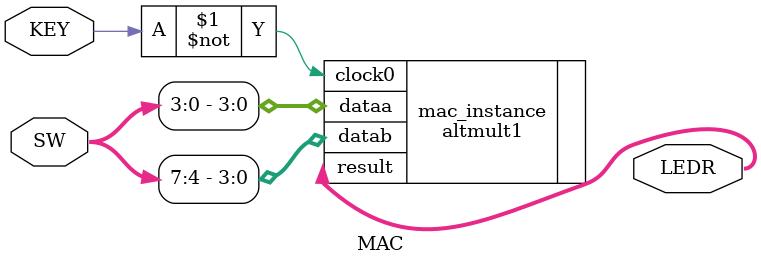
<source format=v>
module MAC(SW, KEY, LEDR);
   input [7:0] SW;
   input [0:0] KEY;
   output [7:0] LEDR;
	
	altmult1 mac_instance(.clock0(~KEY[0]), .dataa(SW[3:0]), .datab(SW[7:4]), .result(LEDR[7:0]));

endmodule 
</source>
